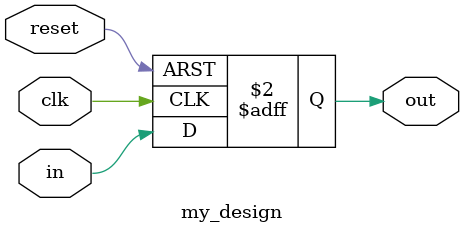
<source format=sv>
module my_design (
    input logic clk,
    input logic reset,
    input logic in,
    output logic out
);

    always_ff @(posedge clk or posedge reset) begin
        if (reset)
            out <= 1'b0;
        else
            out <= in;
    end

endmodule


</source>
